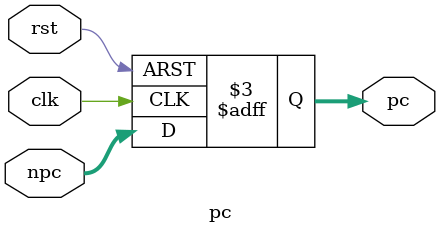
<source format=v>
module pc(clk, rst, npc, pc);
  input clk, rst;
  input [31:0] npc;
  output reg [31:0] pc;
  
  always @(posedge clk or posedge rst)
  begin 
    if (rst == 1) pc <= 32'h0000_3000;
    else pc <= npc;
  end
endmodule
  
  

</source>
